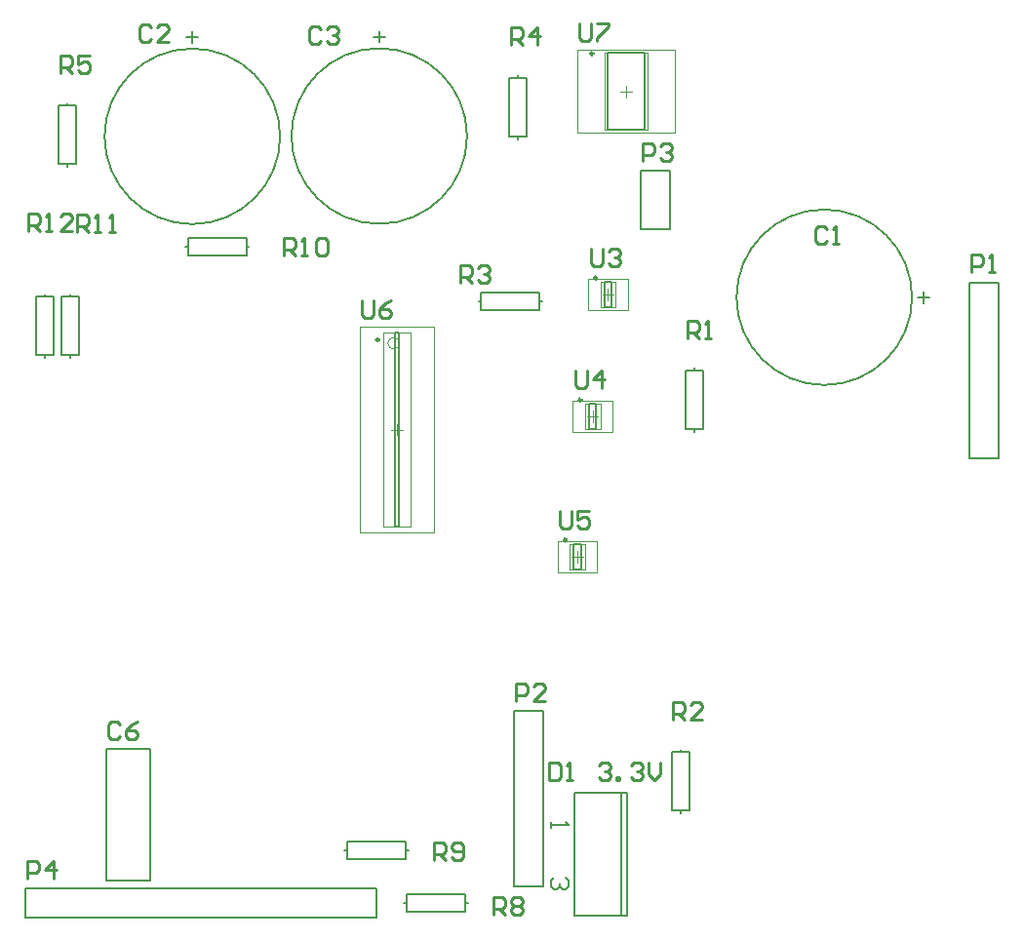
<source format=gto>
G04 Layer_Color=65535*
%FSLAX25Y25*%
%MOIN*%
G70*
G01*
G75*
%ADD14C,0.01000*%
%ADD15C,0.00394*%
%ADD16C,0.00197*%
%ADD27C,0.00787*%
%ADD28C,0.00984*%
%ADD29C,0.00591*%
D14*
X28099Y112998D02*
X27099Y113998D01*
X25100D01*
X24100Y112998D01*
Y109000D01*
X25100Y108000D01*
X27099D01*
X28099Y109000D01*
X30098Y108000D02*
X32097D01*
X31098D01*
Y113998D01*
X30098Y112998D01*
X-202901Y182198D02*
X-203901Y183198D01*
X-205900D01*
X-206900Y182198D01*
Y178200D01*
X-205900Y177200D01*
X-203901D01*
X-202901Y178200D01*
X-196903Y177200D02*
X-200902D01*
X-196903Y181199D01*
Y182198D01*
X-197903Y183198D01*
X-199902D01*
X-200902Y182198D01*
X-144601Y181398D02*
X-145601Y182398D01*
X-147600D01*
X-148600Y181398D01*
Y177400D01*
X-147600Y176400D01*
X-145601D01*
X-144601Y177400D01*
X-142602Y181398D02*
X-141602Y182398D01*
X-139603D01*
X-138603Y181398D01*
Y180399D01*
X-139603Y179399D01*
X-140603D01*
X-139603D01*
X-138603Y178399D01*
Y177400D01*
X-139603Y176400D01*
X-141602D01*
X-142602Y177400D01*
X-213401Y-56202D02*
X-214401Y-55202D01*
X-216400D01*
X-217400Y-56202D01*
Y-60200D01*
X-216400Y-61200D01*
X-214401D01*
X-213401Y-60200D01*
X-207403Y-55202D02*
X-209403Y-56202D01*
X-211402Y-58201D01*
Y-60200D01*
X-210402Y-61200D01*
X-208403D01*
X-207403Y-60200D01*
Y-59201D01*
X-208403Y-58201D01*
X-211402D01*
X-66800Y-69202D02*
Y-75200D01*
X-63801D01*
X-62801Y-74200D01*
Y-70202D01*
X-63801Y-69202D01*
X-66800D01*
X-60802Y-75200D02*
X-58803D01*
X-59802D01*
Y-69202D01*
X-60802Y-70202D01*
X-49806D02*
X-48806Y-69202D01*
X-46806D01*
X-45807Y-70202D01*
Y-71201D01*
X-46806Y-72201D01*
X-47806D01*
X-46806D01*
X-45807Y-73201D01*
Y-74200D01*
X-46806Y-75200D01*
X-48806D01*
X-49806Y-74200D01*
X-43807Y-75200D02*
Y-74200D01*
X-42808D01*
Y-75200D01*
X-43807D01*
X-38809Y-70202D02*
X-37809Y-69202D01*
X-35810D01*
X-34810Y-70202D01*
Y-71201D01*
X-35810Y-72201D01*
X-36810D01*
X-35810D01*
X-34810Y-73201D01*
Y-74200D01*
X-35810Y-75200D01*
X-37809D01*
X-38809Y-74200D01*
X-32811Y-69202D02*
Y-73201D01*
X-30812Y-75200D01*
X-28812Y-73201D01*
Y-69202D01*
X77550Y98250D02*
Y104248D01*
X80549D01*
X81549Y103248D01*
Y101249D01*
X80549Y100249D01*
X77550D01*
X83548Y98250D02*
X85547D01*
X84548D01*
Y104248D01*
X83548Y103248D01*
X-77950Y-48250D02*
Y-42252D01*
X-74951D01*
X-73951Y-43252D01*
Y-45251D01*
X-74951Y-46251D01*
X-77950D01*
X-67953Y-48250D02*
X-71952D01*
X-67953Y-44251D01*
Y-43252D01*
X-68953Y-42252D01*
X-70952D01*
X-71952Y-43252D01*
X-34800Y136400D02*
Y142398D01*
X-31801D01*
X-30801Y141398D01*
Y139399D01*
X-31801Y138399D01*
X-34800D01*
X-28802Y141398D02*
X-27802Y142398D01*
X-25803D01*
X-24803Y141398D01*
Y140399D01*
X-25803Y139399D01*
X-26803D01*
X-25803D01*
X-24803Y138399D01*
Y137400D01*
X-25803Y136400D01*
X-27802D01*
X-28802Y137400D01*
X-245100Y-108800D02*
Y-102802D01*
X-242101D01*
X-241101Y-103802D01*
Y-105801D01*
X-242101Y-106801D01*
X-245100D01*
X-236103Y-108800D02*
Y-102802D01*
X-239102Y-105801D01*
X-235103D01*
X-19350Y75850D02*
Y81848D01*
X-16351D01*
X-15351Y80848D01*
Y78849D01*
X-16351Y77849D01*
X-19350D01*
X-17351D02*
X-15351Y75850D01*
X-13352D02*
X-11353D01*
X-12352D01*
Y81848D01*
X-13352Y80848D01*
X-24300Y-54500D02*
Y-48502D01*
X-21301D01*
X-20301Y-49502D01*
Y-51501D01*
X-21301Y-52501D01*
X-24300D01*
X-22301D02*
X-20301Y-54500D01*
X-14303D02*
X-18302D01*
X-14303Y-50501D01*
Y-49502D01*
X-15303Y-48502D01*
X-17302D01*
X-18302Y-49502D01*
X-97200Y94700D02*
Y100698D01*
X-94201D01*
X-93201Y99698D01*
Y97699D01*
X-94201Y96699D01*
X-97200D01*
X-95201D02*
X-93201Y94700D01*
X-91202Y99698D02*
X-90202Y100698D01*
X-88203D01*
X-87203Y99698D01*
Y98699D01*
X-88203Y97699D01*
X-89203D01*
X-88203D01*
X-87203Y96699D01*
Y95700D01*
X-88203Y94700D01*
X-90202D01*
X-91202Y95700D01*
X-79850Y175950D02*
Y181948D01*
X-76851D01*
X-75851Y180948D01*
Y178949D01*
X-76851Y177949D01*
X-79850D01*
X-77851D02*
X-75851Y175950D01*
X-70853D02*
Y181948D01*
X-73852Y178949D01*
X-69853D01*
X-233800Y166500D02*
Y172498D01*
X-230801D01*
X-229801Y171498D01*
Y169499D01*
X-230801Y168499D01*
X-233800D01*
X-231801D02*
X-229801Y166500D01*
X-223803Y172498D02*
X-227802D01*
Y169499D01*
X-225803Y170499D01*
X-224803D01*
X-223803Y169499D01*
Y167500D01*
X-224803Y166500D01*
X-226802D01*
X-227802Y167500D01*
X-85600Y-121400D02*
Y-115402D01*
X-82601D01*
X-81601Y-116402D01*
Y-118401D01*
X-82601Y-119401D01*
X-85600D01*
X-83601D02*
X-81601Y-121400D01*
X-79602Y-116402D02*
X-78602Y-115402D01*
X-76603D01*
X-75603Y-116402D01*
Y-117401D01*
X-76603Y-118401D01*
X-75603Y-119401D01*
Y-120400D01*
X-76603Y-121400D01*
X-78602D01*
X-79602Y-120400D01*
Y-119401D01*
X-78602Y-118401D01*
X-79602Y-117401D01*
Y-116402D01*
X-78602Y-118401D02*
X-76603D01*
X-106000Y-102600D02*
Y-96602D01*
X-103001D01*
X-102001Y-97602D01*
Y-99601D01*
X-103001Y-100601D01*
X-106000D01*
X-104001D02*
X-102001Y-102600D01*
X-100002Y-101600D02*
X-99002Y-102600D01*
X-97003D01*
X-96003Y-101600D01*
Y-97602D01*
X-97003Y-96602D01*
X-99002D01*
X-100002Y-97602D01*
Y-98601D01*
X-99002Y-99601D01*
X-96003D01*
X-157400Y104000D02*
Y109998D01*
X-154401D01*
X-153401Y108998D01*
Y106999D01*
X-154401Y105999D01*
X-157400D01*
X-155401D02*
X-153401Y104000D01*
X-151402D02*
X-149403D01*
X-150402D01*
Y109998D01*
X-151402Y108998D01*
X-146404D02*
X-145404Y109998D01*
X-143404D01*
X-142405Y108998D01*
Y105000D01*
X-143404Y104000D01*
X-145404D01*
X-146404Y105000D01*
Y108998D01*
X-228000Y112200D02*
Y118198D01*
X-225001D01*
X-224001Y117198D01*
Y115199D01*
X-225001Y114199D01*
X-228000D01*
X-226001D02*
X-224001Y112200D01*
X-222002D02*
X-220003D01*
X-221002D01*
Y118198D01*
X-222002Y117198D01*
X-217004Y112200D02*
X-215004D01*
X-216004D01*
Y118198D01*
X-217004Y117198D01*
X-244800Y112400D02*
Y118398D01*
X-241801D01*
X-240801Y117398D01*
Y115399D01*
X-241801Y114399D01*
X-244800D01*
X-242801D02*
X-240801Y112400D01*
X-238802D02*
X-236803D01*
X-237802D01*
Y118398D01*
X-238802Y117398D01*
X-229805Y112400D02*
X-233804D01*
X-229805Y116399D01*
Y117398D01*
X-230804Y118398D01*
X-232804D01*
X-233804Y117398D01*
X-52450Y106348D02*
Y101350D01*
X-51450Y100350D01*
X-49451D01*
X-48451Y101350D01*
Y106348D01*
X-46452Y105348D02*
X-45452Y106348D01*
X-43453D01*
X-42453Y105348D01*
Y104349D01*
X-43453Y103349D01*
X-44453D01*
X-43453D01*
X-42453Y102349D01*
Y101350D01*
X-43453Y100350D01*
X-45452D01*
X-46452Y101350D01*
X-57750Y64648D02*
Y59650D01*
X-56750Y58650D01*
X-54751D01*
X-53751Y59650D01*
Y64648D01*
X-48753Y58650D02*
Y64648D01*
X-51752Y61649D01*
X-47753D01*
X-62950Y16748D02*
Y11750D01*
X-61950Y10750D01*
X-59951D01*
X-58951Y11750D01*
Y16748D01*
X-52953D02*
X-56952D01*
Y13749D01*
X-54953Y14749D01*
X-53953D01*
X-52953Y13749D01*
Y11750D01*
X-53953Y10750D01*
X-55952D01*
X-56952Y11750D01*
X-130700Y88698D02*
Y83700D01*
X-129700Y82700D01*
X-127701D01*
X-126701Y83700D01*
Y88698D01*
X-120703D02*
X-122703Y87698D01*
X-124702Y85699D01*
Y83700D01*
X-123702Y82700D01*
X-121703D01*
X-120703Y83700D01*
Y84699D01*
X-121703Y85699D01*
X-124702D01*
X-56350Y183348D02*
Y178350D01*
X-55350Y177350D01*
X-53351D01*
X-52351Y178350D01*
Y183348D01*
X-50352D02*
X-46353D01*
Y182348D01*
X-50352Y178350D01*
Y177350D01*
D15*
X-117940Y74090D02*
G03*
X-117940Y74090I-1969J0D01*
G01*
X-47783Y146911D02*
Y173289D01*
X-33217Y146911D02*
Y173289D01*
X-47783D02*
X-33217D01*
X-47783Y146911D02*
X-33217D01*
X-59758Y-3131D02*
Y5531D01*
X-54443Y-3131D02*
Y5531D01*
X-59758D02*
X-54443D01*
X-59758Y-3131D02*
X-54443D01*
X-54558Y44769D02*
Y53431D01*
X-49242Y44769D02*
Y53431D01*
X-54558D02*
X-49242D01*
X-54558Y44769D02*
X-49242D01*
X-123452Y11492D02*
X-114082D01*
X-123452Y77634D02*
X-114082D01*
Y11492D02*
Y77634D01*
X-123452Y11492D02*
Y77634D01*
X-49257Y86469D02*
Y95131D01*
X-43942Y86469D02*
Y95131D01*
X-49257D02*
X-43942D01*
X-49257Y86469D02*
X-43942D01*
X-42469Y160100D02*
X-38532D01*
X-40500Y158132D02*
Y162068D01*
X-59069Y1200D02*
X-55132D01*
X-57100Y-769D02*
Y3168D01*
X-53869Y49100D02*
X-49931D01*
X-51900Y47131D02*
Y51069D01*
X-118767Y42595D02*
Y46532D01*
X-120735Y44563D02*
X-116798D01*
X-48568Y90800D02*
X-44631D01*
X-46600Y88832D02*
Y92769D01*
D16*
X-57232Y145927D02*
Y174273D01*
X-23768Y145927D02*
Y174273D01*
X-57232D02*
X-23768D01*
X-57232Y145927D02*
X-23768D01*
X-63891Y-4115D02*
Y6515D01*
X-50309Y-4115D02*
Y6515D01*
X-63891D02*
X-50309D01*
X-63891Y-4115D02*
X-50309D01*
X-58691Y43785D02*
Y54415D01*
X-45109Y43785D02*
Y54415D01*
X-58691D02*
X-45109D01*
X-58691Y43785D02*
X-45109D01*
X-131562Y9524D02*
X-105972D01*
X-131562Y79602D02*
X-105972D01*
Y9524D02*
Y79602D01*
X-131562Y9524D02*
Y79602D01*
X-53391Y85485D02*
Y96115D01*
X-39809Y85485D02*
Y96115D01*
X-53391D02*
X-39809D01*
X-53391Y85485D02*
X-39809D01*
D27*
X57300Y89800D02*
G03*
X57300Y89800I-30000J0D01*
G01*
X-158700Y144800D02*
G03*
X-158700Y144800I-30000J0D01*
G01*
X-94800Y144900D02*
G03*
X-94800Y144900I-30000J0D01*
G01*
X-191100Y107000D02*
X-190200D01*
X-170200D02*
X-169300D01*
X-190200D02*
Y110000D01*
X-170200D01*
Y104000D02*
Y110000D01*
X-190200Y104000D02*
X-170200D01*
X-190200D02*
Y107000D01*
X-25400Y113000D02*
Y133000D01*
X-35400D02*
X-25400D01*
X-35400Y113000D02*
Y133000D01*
Y113000D02*
X-25400D01*
X-231400Y134400D02*
Y135300D01*
Y155300D02*
Y156200D01*
X-234400Y135300D02*
X-231400D01*
X-234400D02*
Y155300D01*
X-228400D01*
Y135300D02*
Y155300D01*
X-231400Y135300D02*
X-228400D01*
X-77500Y164800D02*
Y165700D01*
Y143900D02*
Y144800D01*
Y164800D02*
X-74500D01*
Y144800D02*
Y164800D01*
X-80500Y144800D02*
X-74500D01*
X-80500D02*
Y164800D01*
X-77500D01*
X-46799Y146911D02*
Y173289D01*
X-34201Y146911D02*
Y173289D01*
X-46799D02*
X-34201D01*
X-46799Y146911D02*
X-34201D01*
X-125700Y-122200D02*
Y-112200D01*
X-245700Y-122200D02*
X-125700D01*
X-245700D02*
Y-112200D01*
X-238200D01*
X-125700D01*
X-203000Y-109600D02*
Y-64600D01*
X-218000D02*
X-203000D01*
X-218000Y-109600D02*
Y-64600D01*
Y-109600D02*
X-203000D01*
X-58281Y5531D02*
X-55919D01*
X-58281Y-3131D02*
X-55919D01*
X-58281D02*
Y5531D01*
X-55919Y-3131D02*
Y5531D01*
X-21900Y-86600D02*
Y-85700D01*
Y-65700D02*
Y-64800D01*
X-24900Y-85700D02*
X-21900D01*
X-24900D02*
Y-65700D01*
X-18900D01*
Y-85700D02*
Y-65700D01*
X-21900Y-85700D02*
X-18900D01*
X-68600Y-111600D02*
Y-51600D01*
X-78600Y-111600D02*
Y-51600D01*
Y-111600D02*
X-68600D01*
X-78600Y-51600D02*
X-68600D01*
X-53081Y53431D02*
X-50719D01*
X-53081Y44769D02*
X-50719D01*
X-53081D02*
Y53431D01*
X-50719Y44769D02*
Y53431D01*
X-119554Y11492D02*
X-117980D01*
X-119554Y77634D02*
X-117980D01*
Y11492D02*
Y77634D01*
X-119554Y11492D02*
Y77634D01*
X-17000Y64700D02*
Y65600D01*
Y43800D02*
Y44700D01*
Y64700D02*
X-14000D01*
Y44700D02*
Y64700D01*
X-20000Y44700D02*
X-14000D01*
X-20000D02*
Y64700D01*
X-17000D01*
X-90900Y88300D02*
X-90000D01*
X-70000D02*
X-69100D01*
X-90000D02*
Y91300D01*
X-70000D01*
Y85300D02*
Y91300D01*
X-90000Y85300D02*
X-70000D01*
X-90000D02*
Y88300D01*
X-47781Y95131D02*
X-45419D01*
X-47781Y86469D02*
X-45419D01*
X-47781D02*
Y95131D01*
X-45419Y86469D02*
Y95131D01*
X86900Y34900D02*
Y94900D01*
X76900Y34900D02*
Y94900D01*
Y34900D02*
X86900D01*
X76900Y94900D02*
X86900D01*
X-95400Y-117300D02*
X-94500D01*
X-116300D02*
X-115400D01*
X-95400Y-120300D02*
Y-117300D01*
X-115400Y-120300D02*
X-95400D01*
X-115400D02*
Y-114300D01*
X-95400D01*
Y-117300D02*
Y-114300D01*
X-115800Y-99100D02*
X-114900D01*
X-136700D02*
X-135800D01*
X-115800Y-102100D02*
Y-99100D01*
X-135800Y-102100D02*
X-115800D01*
X-135800D02*
Y-96100D01*
X-115800D01*
Y-99100D02*
Y-96100D01*
X-239200Y90000D02*
Y90900D01*
Y69100D02*
Y70000D01*
Y90000D02*
X-236200D01*
Y70000D02*
Y90000D01*
X-242200Y70000D02*
X-236200D01*
X-242200D02*
Y90000D01*
X-239200D01*
X-230400D02*
Y90900D01*
Y69100D02*
Y70000D01*
Y90000D02*
X-227400D01*
Y70000D02*
Y90000D01*
X-233400Y70000D02*
X-227400D01*
X-233400D02*
Y90000D01*
X-230400D01*
X-58209Y-121466D02*
X-40098D01*
X-58209Y-79734D02*
X-40098D01*
X-58209Y-121466D02*
Y-79734D01*
X-40098Y-121466D02*
Y-79734D01*
X-42067Y-121466D02*
Y-79734D01*
D28*
X-51622Y173092D02*
G03*
X-51622Y173092I-492J0D01*
G01*
X-60840Y6810D02*
G03*
X-60840Y6810I-492J0D01*
G01*
X-55640Y54710D02*
G03*
X-55640Y54710I-492J0D01*
G01*
X-124869Y75272D02*
G03*
X-124869Y75272I-492J0D01*
G01*
X-50340Y96410D02*
G03*
X-50340Y96410I-492J0D01*
G01*
D29*
X59315Y89851D02*
X63251D01*
X61283Y91819D02*
Y87883D01*
X-188751Y176815D02*
Y180751D01*
X-190719Y178783D02*
X-186783D01*
X-124851Y176915D02*
Y180851D01*
X-126819Y178883D02*
X-122883D01*
X-61065Y-108632D02*
X-60081Y-109615D01*
Y-111583D01*
X-61065Y-112567D01*
X-62049D01*
X-63033Y-111583D01*
Y-110599D01*
Y-111583D01*
X-64016Y-112567D01*
X-65000D01*
X-65984Y-111583D01*
Y-109615D01*
X-65000Y-108632D01*
X-65984Y-89616D02*
Y-91584D01*
Y-90600D01*
X-60081D01*
X-61065Y-89616D01*
M02*

</source>
